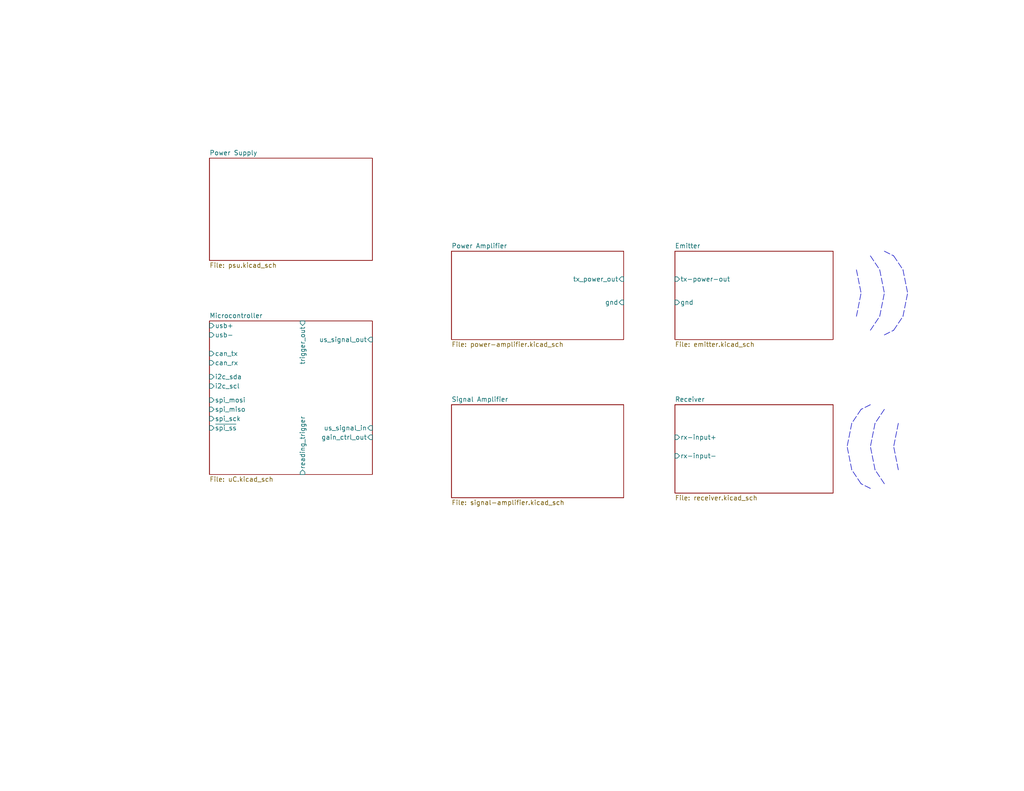
<source format=kicad_sch>
(kicad_sch (version 20211123) (generator eeschema)
  (paper "USLetter")
  (lib_symbols)
  (polyline (pts (xy 234.95 111.76) (xy 232.41 115.57)))
  (polyline (pts (xy 241.3 91.44) (xy 243.84 90.17)))
  (polyline (pts (xy 233.68 73.66) (xy 234.95 80.01)))
  (polyline (pts (xy 243.84 69.85) (xy 246.38 73.66)))
  (polyline (pts (xy 238.76 115.57) (xy 237.49 121.92)))
  (polyline (pts (xy 233.68 86.36) (xy 234.95 80.01)))
  (polyline (pts (xy 234.95 132.08) (xy 232.41 128.27)))
  (polyline (pts (xy 237.49 69.85) (xy 240.03 73.66)))
  (polyline (pts (xy 238.76 128.27) (xy 237.49 121.92)))
  (polyline (pts (xy 245.11 115.57) (xy 243.84 121.92)))
  (polyline (pts (xy 240.03 73.66) (xy 241.3 80.01)))
  (polyline (pts (xy 243.84 90.17) (xy 246.38 86.36)))
  (polyline (pts (xy 241.3 111.76) (xy 238.76 115.57)))
  (polyline (pts (xy 232.41 115.57) (xy 231.14 121.92)))
  (polyline (pts (xy 245.11 128.27) (xy 243.84 121.92)))
  (polyline (pts (xy 246.38 73.66) (xy 247.65 80.01)))
  (polyline (pts (xy 237.49 133.35) (xy 234.95 132.08)))
  (polyline (pts (xy 241.3 132.08) (xy 238.76 128.27)))
  (polyline (pts (xy 237.49 110.49) (xy 234.95 111.76)))
  (polyline (pts (xy 232.41 128.27) (xy 231.14 121.92)))
  (polyline (pts (xy 241.3 68.58) (xy 243.84 69.85)))
  (polyline (pts (xy 237.49 90.17) (xy 240.03 86.36)))
  (polyline (pts (xy 246.38 86.36) (xy 247.65 80.01)))
  (polyline (pts (xy 240.03 86.36) (xy 241.3 80.01)))
  (sheet (at 184.15 68.58) (size 43.18 24.13) (stroke (width 0.1524))
    (property "Sheet name" "Emitter" (at 184.15 67.8684 0) (effects (justify left bottom)))
    (property "Sheet file" "emitter.kicad_sch" (at 184.15 93.2946 0) (effects (justify left top)))
    (pin "tx-power-out" input (at 184.15 76.2 180))
    (pin "gnd" input (at 184.15 82.55 180))
  )
  (sheet (at 123.19 68.58) (size 46.99 24.13) (stroke (width 0.1524))
    (property "Sheet name" "Power Amplifier" (at 123.19 67.8684 0) (effects (justify left bottom)))
    (property "Sheet file" "power-amplifier.kicad_sch" (at 123.19 93.2946 0) (effects (justify left top)))
    (pin "tx_power_out" input (at 170.18 76.2 0))
    (pin "gnd" input (at 170.18 82.55 0))
  )
  (sheet (at 57.15 87.63) (size 44.45 41.91) (stroke (width 0.1524))
    (property "Sheet name" "Microcontroller" (at 57.15 86.9184 0) (effects (justify left bottom)))
    (property "Sheet file" "uC.kicad_sch" (at 57.15 130.1246 0) (effects (justify left top)))
    (pin "can_tx" input (at 57.15 96.52 180))
    (pin "usb-" input (at 57.15 91.44 180))
    (pin "usb+" input (at 57.15 88.9 180))
    (pin "can_rx" input (at 57.15 99.06 180))
    (pin "i2c_sda" input (at 57.15 102.87 180))
    (pin "i2c_scl" input (at 57.15 105.41 180))
    (pin "spi_miso" input (at 57.15 111.76 180))
    (pin "spi_mosi" input (at 57.15 109.22 180))
    (pin "~{spi_ss}" input (at 57.15 116.84 180))
    (pin "spi_sck" input (at 57.15 114.3 180))
    (pin "trigger_out" input (at 82.55 87.63 90))
    (pin "us_signal_in" input (at 101.6 116.84 0))
    (pin "us_signal_out" input (at 101.6 92.71 0))
    (pin "reading_trigger" input (at 82.55 129.54 270))
    (pin "gain_ctrl_out" input (at 101.6 119.38 0))
  )
  (sheet (at 184.15 110.49) (size 43.18 24.13) (stroke (width 0.1524))
    (property "Sheet name" "Receiver" (at 184.15 109.7784 0) (effects (justify left bottom)))
    (property "Sheet file" "receiver.kicad_sch" (at 184.15 135.2046 0) (effects (justify left top)))
    (pin "rx-input+" input (at 184.15 119.38 180))
    (pin "rx-input-" input (at 184.15 124.46 180))
  )
  (sheet (at 57.15 43.18) (size 44.45 27.94) (stroke (width 0.1524))
    (property "Sheet name" "Power Supply" (at 57.15 42.4684 0) (effects (justify left bottom)))
    (property "Sheet file" "psu.kicad_sch" (at 57.15 71.7046 0) (effects (justify left top)))
  )
  (sheet (at 123.19 110.49) (size 46.99 25.4) (stroke (width 0.1524))
    (property "Sheet name" "Signal Amplifier" (at 123.19 109.7784 0) (effects (justify left bottom)))
    (property "Sheet file" "signal-amplifier.kicad_sch" (at 123.19 136.4746 0) (effects (justify left top)))
  )
)
</source>
